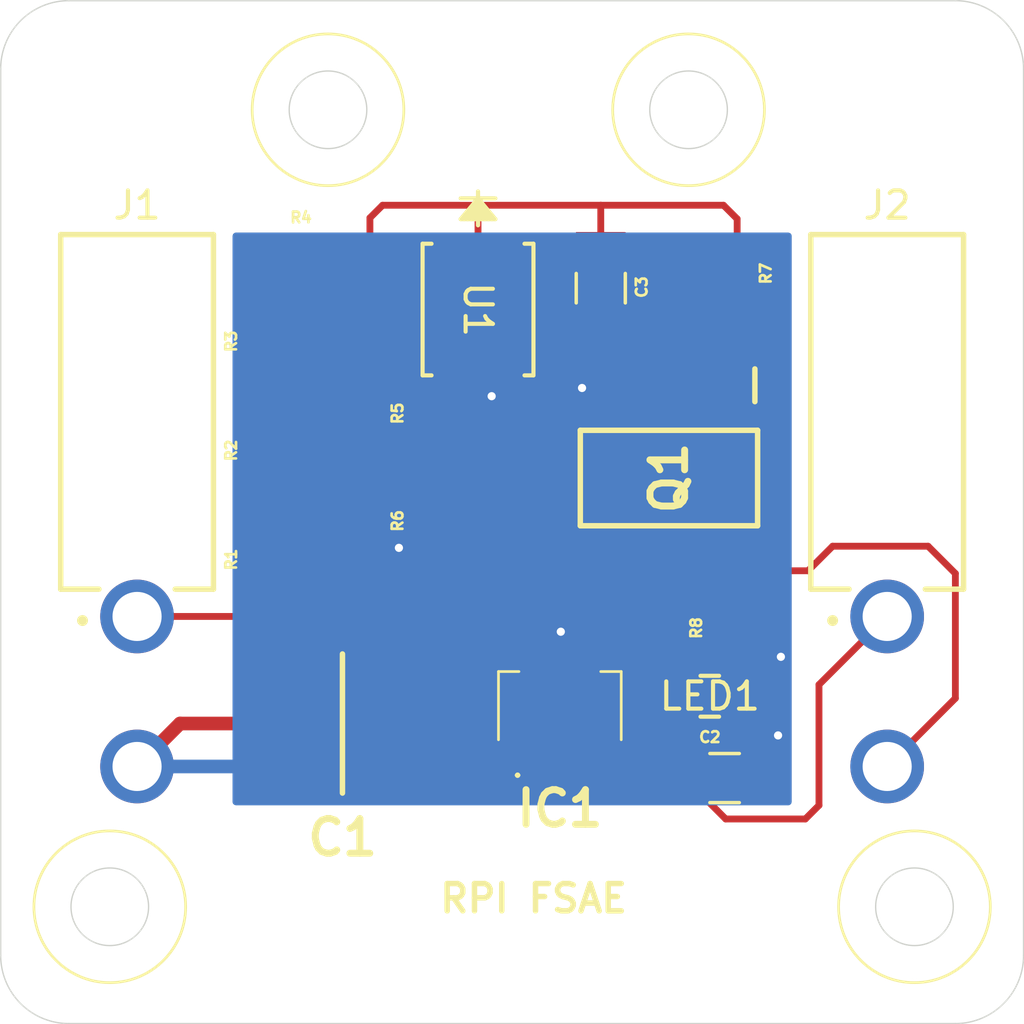
<source format=kicad_pcb>
(kicad_pcb (version 20240108) (generator "pcbnew") (generator_version "8.0")
  (title_block (title "Hight Voltage Indicator PCB") (date "2024-09-22") (rev "1") (company "RPI") (comment 1 "Gavin Silaika"))
  (layers (0 "F.Cu" signal) (31 "B.Cu" signal) (34 "B.Paste" user) (35 "F.Paste" user) (36 "B.SilkS" user "B.Silkscreen") (37 "F.SilkS" user "F.Silkscreen") (38 "B.Mask" user) (39 "F.Mask" user) (44 "Edge.Cuts" user))
  (net 0 "")
  (net 1 "/+HV")
  (net 2 "GND")
  (net 3 "Net-(IC1-VOUT)")
  (net 4 "Net-(Q1-C_2)")
  (net 5 "Net-(R1-Pad2)")
  (net 6 "Net-(R2-Pad2)")
  (net 7 "Net-(R3-Pad2)")
  (net 8 "Net-(R5-Pad2)")
  (net 9 "Net-(Q1-B)")
  (net 11 "Net-(U1-CATHODE)")
  (net 12 "Net-(LED1-Pad2)")
  (footprint "KTR03EZPF1002:RESC1608X55N" (layer "F.Cu") (at 124.5 51.5 -90)
    (property "Reference" "R7" (at 0 -1.05 90) (layer "F.SilkS") (effects (font (size 0.393701 0.393701))))
    (property "Value" "10kΩ")
    (pad "1" smd rect (at -0.78 0 270) (size 0.87 0.93) (layers "F.Cu" "F.Paste" "F.Mask") (net 11 "Net-(U1-CATHODE)"))
    (pad "2" smd rect (at 0.78 0 270) (size 0.87 0.93) (layers "F.Cu" "F.Paste" "F.Mask") (net 9 "Net-(Q1-B)"))
  )
  (footprint "KTR03EZPF2403:RESC1608X55N" (layer "F.Cu") (at 107 57.78 90)
    (property "Reference" "R2" (at -0.21 -1.05 90) (layer "F.SilkS") (effects (font (size 0.393701 0.393701))))
    (property "Value" "240kΩ")
    (pad "1" smd rect (at -0.78 0 90) (size 0.87 0.93) (layers "F.Cu" "F.Paste" "F.Mask") (net 5 "Net-(R1-Pad2)"))
    (pad "2" smd rect (at 0.78 0 90) (size 0.87 0.93) (layers "F.Cu" "F.Paste" "F.Mask") (net 6 "Net-(R2-Pad2)"))
  )
  (footprint "NCP785AH120T1G:MC78L05ACHX_1" (layer "F.Cu") (at 118 68.595)
    (property "Reference" "IC1" (at 0 2.525 0) (layer "F.SilkS") (effects (font (size 1.27 1.27) (thickness 0.254))))
    (property "Value" "NCP785AH120T1G" (hide yes))
    (fp_line (start -2.25 -2.5) (end -1.5 -2.5) (stroke (width 0.1)) (layer "F.SilkS"))
    (fp_line (start -2.25 0) (end -2.25 -2.5) (stroke (width 0.1)) (layer "F.SilkS"))
    (fp_line (start -1.6 1.3) (end -1.6 1.3) (stroke (width 0.1)) (layer "F.SilkS"))
    (fp_line (start -1.5 1.3) (end -1.5 1.3) (stroke (width 0.1)) (layer "F.SilkS"))
    (fp_line (start 2.25 -2.5) (end 1.5 -2.5) (stroke (width 0.1)) (layer "F.SilkS"))
    (fp_line (start 2.25 0) (end 2.25 -2.5) (stroke (width 0.1)) (layer "F.SilkS"))
    (fp_arc (start -1.6 1.3) (mid -1.55 1.25) (end -1.5 1.3) (stroke (width 0.1)) (layer "F.SilkS"))
    (fp_arc (start -1.5 1.3) (mid -1.55 1.35) (end -1.6 1.3) (stroke (width 0.1)) (layer "F.SilkS"))
    (pad "1" smd rect (at -1.5 0.275) (size 0.5 1.57) (layers "F.Cu" "F.Paste" "F.Mask") (net 1 "/+HV"))
    (pad "2" smd rect (at 0 0.63) (size 0.75 1.3) (layers "F.Cu" "F.Paste" "F.Mask") (net 2 "GND"))
    (pad "3" smd rect (at 1.5 0.275) (size 0.5 1.57) (layers "F.Cu" "F.Paste" "F.Mask") (net 3 "Net-(IC1-VOUT)"))
    (pad "4" smd roundrect (at 0 -1.595) (size 2.2 3.59) (layers "F.Cu" "F.Paste" "F.Mask") (roundrect_rratio 0) (chamfer_ratio 0.36) (chamfer bottom_left bottom_right) (net 2 "GND"))
  )
  (footprint "649002227222:649002227222" (layer "F.Cu") (at 130 56.575 180)
    (property "Reference" "J2" (at 0 7.575 180) (layer "F.SilkS"))
    (property "Value" "649002227222" (hide yes))
    (fp_line (start 2.8 6.5) (end 2.8 -6.5) (stroke (width 0.2)) (layer "F.SilkS"))
    (fp_line (start 2.8 -6.5) (end 1.4 -6.5) (stroke (width 0.2)) (layer "F.SilkS"))
    (fp_line (start -1.4 -6.5) (end -2.8 -6.5) (stroke (width 0.2)) (layer "F.SilkS"))
    (fp_line (start -2.8 6.5) (end 2.8 6.5) (stroke (width 0.2)) (layer "F.SilkS"))
    (fp_line (start -2.8 -6.5) (end -2.8 6.5) (stroke (width 0.2)) (layer "F.SilkS"))
    (fp_circle (center 2 -7.65) (end 2.1 -7.65) (stroke (width 0.2)) (fill none) (layer "F.SilkS"))
    (pad "" np_thru_hole circle (at 0 -0.2 180) (size 3 3) (drill 3) (layers "*.Cu" "*.Mask"))
    (pad "1" thru_hole circle (at 0 -7.5 180) (size 2.7 2.7) (drill 1.8) (layers "*.Cu" "*.Mask") (net 3 "Net-(IC1-VOUT)"))
    (pad "2" thru_hole circle (at 0 -13 180) (size 2.7 2.7) (drill 1.8) (layers "*.Cu" "*.Mask") (net 4 "Net-(Q1-C_2)"))
  )
  (footprint "CL31A226KAHNNNE:CAPC3216X180N" (layer "F.Cu") (at 119.5 52.04 -90)
    (property "Reference" "C3" (at -0.04 -1.5 90) (layer "F.SilkS") (effects (font (size 0.393701 0.393701))))
    (property "Value" "22μf")
    (fp_line (start -0.54 0.9) (end 0.54 0.9) (stroke (width 0.127)) (layer "F.SilkS"))
    (fp_line (start -0.54 -0.9) (end 0.54 -0.9) (stroke (width 0.127)) (layer "F.SilkS"))
    (pad "1" smd rect (at -1.46 0 270) (size 1.2 1.82) (layers "F.Cu" "F.Paste" "F.Mask") (net 11 "Net-(U1-CATHODE)"))
    (pad "2" smd rect (at 1.46 0 270) (size 1.2 1.82) (layers "F.Cu" "F.Paste" "F.Mask") (net 2 "GND"))
  )
  (footprint "KR355WD7LP225MV01L:CAPC6153X670N" (layer "F.Cu") (at 110.03 68 180)
    (property "Reference" "C1" (at -0.002244 -4.180616 0) (layer "F.SilkS") (effects (font (size 1.27 1.27) (thickness 0.254))))
    (property "Value" "2.2μf" (hide yes))
    (fp_line (start 0 -2.55) (end 0 2.55) (stroke (width 0.2)) (layer "F.SilkS"))
    (pad "1" smd rect (at -2.53 0 180) (size 1.86 5.52) (layers "F.Cu" "F.Paste" "F.Mask") (net 1 "/+HV"))
    (pad "2" smd rect (at 2.53 0 180) (size 1.86 5.52) (layers "F.Cu" "F.Paste" "F.Mask") (net 2 "GND"))
  )
  (footprint "649002227222:649002227222" (layer "F.Cu") (at 102.5 56.575 180)
    (property "Reference" "J1" (at 0 7.575 180) (layer "F.SilkS"))
    (property "Value" "649002227222" (hide yes))
    (fp_line (start 2.8 6.5) (end 2.8 -6.5) (stroke (width 0.2)) (layer "F.SilkS"))
    (fp_line (start 2.8 -6.5) (end 1.4 -6.5) (stroke (width 0.2)) (layer "F.SilkS"))
    (fp_line (start -1.4 -6.5) (end -2.8 -6.5) (stroke (width 0.2)) (layer "F.SilkS"))
    (fp_line (start -2.8 6.5) (end 2.8 6.5) (stroke (width 0.2)) (layer "F.SilkS"))
    (fp_line (start -2.8 -6.5) (end -2.8 6.5) (stroke (width 0.2)) (layer "F.SilkS"))
    (fp_circle (center 2 -7.65) (end 2.1 -7.65) (stroke (width 0.2)) (fill none) (layer "F.SilkS"))
    (pad "" np_thru_hole circle (at 0 -0.2 180) (size 3 3) (drill 3) (layers "*.Cu" "*.Mask"))
    (pad "1" thru_hole circle (at 0 -7.5 180) (size 2.7 2.7) (drill 1.8) (layers "*.Cu" "*.Mask") (net 1 "/+HV"))
    (pad "2" thru_hole circle (at 0 -13 180) (size 2.7 2.7) (drill 1.8) (layers "*.Cu" "*.Mask") (net 2 "GND"))
  )
  (footprint "CMD17_21VRD_TR8:LED0805N_CML" (layer "F.Cu") (at 123.4967 67)
    (property "Reference" "LED1" (at 0 0 0) (layer "F.SilkS"))
    (property "Value" "CMD17-21VRD/TR8" (hide yes))
    (fp_line (start -0.34015 0.7493) (end 0.34015 0.7493) (stroke (width 0.1524)) (layer "F.SilkS"))
    (fp_line (start 0.34015 -0.7493) (end -0.34015 -0.7493) (stroke (width 0.1524)) (layer "F.SilkS"))
    (pad "1" smd rect (at -1.0033 0) (size 0.7112 1.2446) (layers "F.Cu" "F.Paste" "F.Mask") (net 3 "Net-(IC1-VOUT)"))
    (pad "2" smd rect (at 1.0033 0) (size 0.7112 1.2446) (layers "F.Cu" "F.Paste" "F.Mask") (net 12 "Net-(LED1-Pad2)"))
  )
  (footprint "KTR03EZPF1001:RESC1608X55N" (layer "F.Cu") (at 111 60.78 -90)
    (property "Reference" "R6" (at -0.21 -1.05 90) (layer "F.SilkS") (effects (font (size 0.393701 0.393701))))
    (property "Value" "1kΩ")
    (pad "1" smd rect (at -0.78 0 270) (size 0.87 0.93) (layers "F.Cu" "F.Paste" "F.Mask") (net 8 "Net-(R5-Pad2)"))
    (pad "2" smd rect (at 0.78 0 270) (size 0.87 0.93) (layers "F.Cu" "F.Paste" "F.Mask") (net 2 "GND"))
  )
  (footprint "SBCP56-16T1G:SOT230P700X175-4N" (layer "F.Cu") (at 122 59 -90)
    (property "Reference" "Q1" (at 0 0 90) (layer "F.SilkS") (effects (font (size 1.27 1.27) (thickness 0.254))))
    (property "Value" "SBCP56-16T1G" (hide yes))
    (fp_line (start -1.75 3.25) (end -1.75 -3.25) (stroke (width 0.2)) (layer "F.SilkS"))
    (fp_line (start 1.75 3.25) (end -1.75 3.25) (stroke (width 0.2)) (layer "F.SilkS"))
    (fp_line (start -4 -3.15) (end -2.8 -3.15) (stroke (width 0.2)) (layer "F.SilkS"))
    (fp_line (start -1.75 -3.25) (end 1.75 -3.25) (stroke (width 0.2)) (layer "F.SilkS"))
    (fp_line (start 1.75 -3.25) (end 1.75 3.25) (stroke (width 0.2)) (layer "F.SilkS"))
    (pad "1" smd rect (at -3.4 -2.3) (size 1 1.2) (layers "F.Cu" "F.Paste" "F.Mask") (net 9 "Net-(Q1-B)"))
    (pad "2" smd rect (at -3.4 0) (size 1 1.2) (layers "F.Cu" "F.Paste" "F.Mask"))
    (pad "3" smd rect (at -3.4 2.3) (size 1 1.2) (layers "F.Cu" "F.Paste" "F.Mask") (net 2 "GND"))
    (pad "4" smd rect (at 3.4 0 270) (size 1.2 3.3) (layers "F.Cu" "F.Paste" "F.Mask") (net 4 "Net-(Q1-C_2)"))
  )
  (footprint "CL31A226KAHNNNE:CAPC3216X180N" (layer "F.Cu") (at 124.04 70)
    (property "Reference" "C2" (at -0.54 -1.5 0) (layer "F.SilkS") (effects (font (size 0.393701 0.393701))))
    (property "Value" "22μf")
    (fp_line (start -0.54 -0.9) (end 0.54 -0.9) (stroke (width 0.127)) (layer "F.SilkS"))
    (fp_line (start -0.54 0.9) (end 0.54 0.9) (stroke (width 0.127)) (layer "F.SilkS"))
    (pad "1" smd rect (at -1.46 0) (size 1.2 1.82) (layers "F.Cu" "F.Paste" "F.Mask") (net 3 "Net-(IC1-VOUT)"))
    (pad "2" smd rect (at 1.46 0) (size 1.2 1.82) (layers "F.Cu" "F.Paste" "F.Mask") (net 2 "GND"))
  )
  (footprint "KTR03EZPF2403:RESC1608X55N" (layer "F.Cu") (at 108.72 50.5)
    (property "Reference" "R4" (at -0.21 -1.05 0) (layer "F.SilkS") (effects (font (size 0.393701 0.393701))))
    (property "Value" "240kΩ")
    (pad "1" smd rect (at -0.78 0) (size 0.87 0.93) (layers "F.Cu" "F.Paste" "F.Mask") (net 7 "Net-(R3-Pad2)"))
    (pad "2" smd rect (at 0.78 0) (size 0.87 0.93) (layers "F.Cu" "F.Paste" "F.Mask") (net 11 "Net-(U1-CATHODE)"))
  )
  (footprint "KTR03EZPF2403:RESC1608X55N" (layer "F.Cu") (at 107 61.78 90)
    (property "Reference" "R1" (at -0.21 -1.05 90) (layer "F.SilkS") (effects (font (size 0.393701 0.393701))))
    (property "Value" "240kΩ")
    (pad "1" smd rect (at -0.78 0 90) (size 0.87 0.93) (layers "F.Cu" "F.Paste" "F.Mask") (net 1 "/+HV"))
    (pad "2" smd rect (at 0.78 0 90) (size 0.87 0.93) (layers "F.Cu" "F.Paste" "F.Mask") (net 5 "Net-(R1-Pad2)"))
  )
  (footprint "KTR03EZPF2403:RESC1608X55N" (layer "F.Cu") (at 107 53.78 90)
    (property "Reference" "R3" (at -0.21 -1.05 90) (layer "F.SilkS") (effects (font (size 0.393701 0.393701))))
    (property "Value" "240kΩ")
    (pad "1" smd rect (at -0.78 0 90) (size 0.87 0.93) (layers "F.Cu" "F.Paste" "F.Mask") (net 6 "Net-(R2-Pad2)"))
    (pad "2" smd rect (at 0.78 0 90) (size 0.87 0.93) (layers "F.Cu" "F.Paste" "F.Mask") (net 7 "Net-(R3-Pad2)"))
  )
  (footprint "KTR03EZPF1001:RESC1608X55N" (layer "F.Cu") (at 124.78 64.5)
    (property "Reference" "R8" (at -1.78 0 90) (layer "F.SilkS") (effects (font (size 0.393701 0.393701))))
    (property "Value" "1kΩ")
    (pad "1" smd rect (at -0.78 0) (size 0.87 0.93) (layers "F.Cu" "F.Paste" "F.Mask") (net 12 "Net-(LED1-Pad2)"))
    (pad "2" smd rect (at 0.78 0) (size 0.87 0.93) (layers "F.Cu" "F.Paste" "F.Mask") (net 2 "GND"))
  )
  (footprint "1SMB5927BT3G:SMB_ONS" (layer "F.Cu") (at 115 52.8236 -90)
    (property "Reference" "U1" (at 0 0 -90) (layer "F.SilkS"))
    (property "Value" "1SMB5927BT3G" (hide yes))
    (fp_line (start -2.413 2.032) (end 2.413 2.032) (stroke (width 0.1524)) (layer "F.SilkS"))
    (fp_line (start 2.413 2.032) (end 2.413 1.70434) (stroke (width 0.1524)) (layer "F.SilkS"))
    (fp_line (start -2.413 1.70434) (end -2.413 2.032) (stroke (width 0.1524)) (layer "F.SilkS"))
    (fp_line (start -4.0767 0) (end -3.3147 0.635) (stroke (width 0.1524)) (layer "F.SilkS"))
    (fp_line (start -4.0767 0) (end -3.3147 0.508) (stroke (width 0.1524)) (layer "F.SilkS"))
    (fp_line (start -4.0767 0) (end -3.3147 0.381) (stroke (width 0.1524)) (layer "F.SilkS"))
    (fp_line (start -4.0767 0) (end -3.3147 0.254) (stroke (width 0.1524)) (layer "F.SilkS"))
    (fp_line (start -4.0767 0) (end -3.3147 0.127) (stroke (width 0.1524)) (layer "F.SilkS"))
    (fp_line (start -4.0767 0) (end -3.3147 -0.127) (stroke (width 0.1524)) (layer "F.SilkS"))
    (fp_line (start -4.0767 0) (end -3.3147 -0.254) (stroke (width 0.1524)) (layer "F.SilkS"))
    (fp_line (start -4.0767 0) (end -3.3147 -0.381) (stroke (width 0.1524)) (layer "F.SilkS"))
    (fp_line (start -4.0767 0) (end -3.3147 -0.508) (stroke (width 0.1524)) (layer "F.SilkS"))
    (fp_line (start -4.0767 0) (end -3.3147 -0.635) (stroke (width 0.1524)) (layer "F.SilkS"))
    (fp_line (start -3.08864 0) (end -4.3307 0) (stroke (width 0.1524)) (layer "F.SilkS"))
    (fp_line (start -4.0767 -0.635) (end -4.0767 0.635) (stroke (width 0.1524)) (layer "F.SilkS"))
    (fp_line (start -3.3147 -0.635) (end -3.3147 0.635) (stroke (width 0.1524)) (layer "F.SilkS"))
    (fp_line (start 2.413 -1.70434) (end 2.413 -2.032) (stroke (width 0.1524)) (layer "F.SilkS"))
    (fp_line (start -2.413 -2.032) (end -2.413 -1.70434) (stroke (width 0.1524)) (layer "F.SilkS"))
    (fp_line (start 2.413 -2.032) (end -2.413 -2.032) (stroke (width 0.1524)) (layer "F.SilkS"))
    (pad "1" smd rect (at -1.6764 0 270) (size 2.159 2.7432) (layers "F.Cu" "F.Paste" "F.Mask") (net 11 "Net-(U1-CATHODE)"))
    (pad "2" smd rect (at 1.6764 0 270) (size 2.159 2.7432) (layers "F.Cu" "F.Paste" "F.Mask") (net 2 "GND"))
  )
  (footprint "KTR03EZPF2002:RESC1608X55N" (layer "F.Cu") (at 111 56.84 -90)
    (property "Reference" "R5" (at -0.21 -1.05 90) (layer "F.SilkS") (effects (font (size 0.393701 0.393701))))
    (property "Value" "20kΩ")
    (pad "1" smd rect (at -0.78 0 270) (size 0.87 0.93) (layers "F.Cu" "F.Paste" "F.Mask") (net 11 "Net-(U1-CATHODE)"))
    (pad "2" smd rect (at 0.78 0 270) (size 0.87 0.93) (layers "F.Cu" "F.Paste" "F.Mask") (net 8 "Net-(R5-Pad2)"))
  )
  (gr_circle (center 109.5 45.5) (end 112.2813 45.5) (stroke (width 0.1)) (fill none) (layer "F.SilkS"))
  (gr_circle (center 101.5 74.7187) (end 104.2813 74.7187) (stroke (width 0.1)) (fill none) (layer "F.SilkS"))
  (gr_circle (center 122.7187 45.5) (end 125.5 45.5) (stroke (width 0.1)) (fill none) (layer "F.SilkS"))
  (gr_circle (center 131 74.7187) (end 133.7813 74.7187) (stroke (width 0.1)) (fill none) (layer "F.SilkS"))
  (gr_circle (center 101.5 74.7187) (end 102.9225 74.7187) (stroke (width 0.05)) (fill none) (layer "Edge.Cuts"))
  (gr_line (start 97.5 76.5) (end 97.5 44) (stroke (width 0.05)) (layer "Edge.Cuts"))
  (gr_arc (start 132.5 41.5) (mid 134.267767 42.232233) (end 135 44) (stroke (width 0.05)) (layer "Edge.Cuts"))
  (gr_line (start 100 41.5) (end 132.5 41.5) (stroke (width 0.05)) (layer "Edge.Cuts"))
  (gr_circle (center 109.5 45.5) (end 110.9225 45.5) (stroke (width 0.05)) (fill none) (layer "Edge.Cuts"))
  (gr_line (start 132.5 79) (end 100 79) (stroke (width 0.05)) (layer "Edge.Cuts"))
  (gr_circle (center 122.7187 45.5) (end 124.1412 45.5) (stroke (width 0.05)) (fill none) (layer "Edge.Cuts"))
  (gr_line (start 135 44) (end 135 76.5) (stroke (width 0.05)) (layer "Edge.Cuts"))
  (gr_arc (start 100 79) (mid 98.232233 78.267767) (end 97.5 76.5) (stroke (width 0.05)) (layer "Edge.Cuts"))
  (gr_arc (start 135 76.5) (mid 134.267767 78.267767) (end 132.5 79) (stroke (width 0.05)) (layer "Edge.Cuts"))
  (gr_circle (center 131 74.7187) (end 132.4225 74.7187) (stroke (width 0.05)) (fill none) (layer "Edge.Cuts"))
  (gr_arc (start 97.5 44) (mid 98.232233 42.232233) (end 100 41.5) (stroke (width 0.05)) (layer "Edge.Cuts"))
  (gr_text "RPI FSAE" (at 113.5 75 0) (layer "F.SilkS") (effects (font (size 1 1) (thickness 0.2) (bold yes)) (justify left bottom)))
  (segment (start 107 64.075) (end 107 62.56) (width 0.25) (layer "F.Cu") (net 1))
  (segment (start 102.5 64.075) (end 107 64.075) (width 0.25) (layer "F.Cu") (net 1))
  (segment (start 115.63 68) (end 116.5 68.87) (width 0.25) (layer "F.Cu") (net 1))
  (segment (start 112.075 64.075) (end 112.56 64.56) (width 0.25) (layer "F.Cu") (net 1))
  (segment (start 112.56 68) (end 115.63 68) (width 0.25) (layer "F.Cu") (net 1))
  (segment (start 107 64.075) (end 112.075 64.075) (width 0.25) (layer "F.Cu") (net 1))
  (segment (start 112.56 64.56) (end 112.56 68) (width 0.25) (layer "F.Cu") (net 1))
  (segment (start 115.5 56) (end 115.5 55) (width 0.25) (layer "F.Cu") (net 2))
  (segment (start 119.5 55.4) (end 119.7 55.6) (width 0.25) (layer "F.Cu") (net 2))
  (segment (start 118 67) (end 118 69.225) (width 0.25) (layer "F.Cu") (net 2))
  (segment (start 119.7 55.6) (end 118.9128 55.6) (width 0.25) (layer "F.Cu") (net 2))
  (segment (start 125.56 64.5) (end 125.56 65.011193) (width 0.25) (layer "F.Cu") (net 2))
  (segment (start 107.5 68) (end 104.075 68) (width 0.5) (layer "F.Cu") (net 2))
  (segment (start 125.56 65.011193) (end 126.103599 65.554792) (width 0.25) (layer "F.Cu") (net 2))
  (segment (start 126 68.436234) (end 126 69.5) (width 0.25) (layer "F.Cu") (net 2))
  (segment (start 115.5 55) (end 115 54.5) (width 0.25) (layer "F.Cu") (net 2))
  (segment (start 118 67) (end 118 64.670091) (width 0.25) (layer "F.Cu") (net 2))
  (segment (start 104.075 68) (end 102.5 69.575) (width 0.5) (layer "F.Cu") (net 2))
  (segment (start 118.9128 55.6) (end 118.813725 55.699075) (width 0.25) (layer "F.Cu") (net 2))
  (segment (start 126 69.5) (end 125.5 70) (width 0.25) (layer "F.Cu") (net 2))
  (segment (start 119.5 53.5) (end 119.5 55.4) (width 0.25) (layer "F.Cu") (net 2))
  (segment (start 112.099919 61.56) (end 111 61.56) (width 0.25) (layer "F.Cu") (net 2))
  (segment (start 118 64.670091) (end 118.0352 64.634891) (width 0.25) (layer "F.Cu") (net 2))
  (via (at 126.103599 65.554792) (size 0.6) (drill 0.3) (layers "F.Cu" "B.Cu") (net 2))
  (via (at 118.813725 55.699075) (size 0.6) (drill 0.3) (layers "F.Cu" "B.Cu") (net 2))
  (via (at 126 68.436234) (size 0.6) (drill 0.3) (layers "F.Cu" "B.Cu") (net 2))
  (via (at 112.099919 61.56) (size 0.6) (drill 0.3) (layers "F.Cu" "B.Cu") (net 2))
  (via (at 118.0352 64.634891) (size 0.6) (drill 0.3) (layers "F.Cu" "B.Cu") (net 2))
  (via (at 115.5 56) (size 0.6) (drill 0.3) (layers "F.Cu" "B.Cu") (net 2))
  (segment (start 106.425 69.575) (end 106.5 69.5) (width 0.5) (layer "B.Cu") (net 2))
  (segment (start 102.5 69.575) (end 106.425 69.575) (width 0.5) (layer "B.Cu") (net 2))
  (segment (start 127.5 71) (end 127.5 66.575) (width 0.25) (layer "F.Cu") (net 3))
  (segment (start 122.58 70) (end 122.58 67.0866) (width 0.25) (layer "F.Cu") (net 3))
  (segment (start 119.5 68.87) (end 119.87 68.87) (width 0.25) (layer "F.Cu") (net 3))
  (segment (start 122.58 67.0866) (end 122.4934 67) (width 0.25) (layer "F.Cu") (net 3))
  (segment (start 121 70) (end 122.58 70) (width 0.25) (layer "F.Cu") (net 3))
  (segment (start 123.08 69.92) (end 123 69.84) (width 0.25) (layer "F.Cu") (net 3))
  (segment (start 124.08 71.5) (end 127 71.5) (width 0.25) (layer "F.Cu") (net 3))
  (segment (start 123.08 70) (end 123.08 69.92) (width 0.25) (layer "F.Cu") (net 3))
  (segment (start 127.5 66.575) (end 130 64.075) (width 0.25) (layer "F.Cu") (net 3))
  (segment (start 122.58 70) (end 124.08 71.5) (width 0.25) (layer "F.Cu") (net 3))
  (segment (start 119.87 68.87) (end 121 70) (width 0.25) (layer "F.Cu") (net 3))
  (segment (start 127 71.5) (end 127.5 71) (width 0.25) (layer "F.Cu") (net 3))
  (segment (start 131.5 61.5) (end 132.5 62.5) (width 0.25) (layer "F.Cu") (net 4))
  (segment (start 122 62.4) (end 127.1 62.4) (width 0.25) (layer "F.Cu") (net 4))
  (segment (start 132.5 67.075) (end 130 69.575) (width 0.25) (layer "F.Cu") (net 4))
  (segment (start 128 61.5) (end 131.5 61.5) (width 0.25) (layer "F.Cu") (net 4))
  (segment (start 127.1 62.4) (end 128 61.5) (width 0.25) (layer "F.Cu") (net 4))
  (segment (start 132.5 62.5) (end 132.5 67.075) (width 0.25) (layer "F.Cu") (net 4))
  (segment (start 107 61) (end 107 58.56) (width 0.25) (layer "F.Cu") (net 5))
  (segment (start 107 57) (end 107 54.56) (width 0.25) (layer "F.Cu") (net 6))
  (segment (start 107 51.44) (end 107.94 50.5) (width 0.25) (layer "F.Cu") (net 7))
  (segment (start 107 53) (end 107 51.44) (width 0.25) (layer "F.Cu") (net 7))
  (segment (start 111 57.62) (end 111 60) (width 0.25) (layer "F.Cu") (net 8))
  (segment (start 124.5 55.4) (end 124.3 55.6) (width 0.25) (layer "F.Cu") (net 9))
  (segment (start 124.5 52.28) (end 124.5 55.4) (width 0.25) (layer "F.Cu") (net 9))
  (segment (start 124 49) (end 124.5 49.5) (width 0.25) (layer "F.Cu") (net 11))
  (segment (start 115 49) (end 119.5 49) (width 0.25) (layer "F.Cu") (net 11))
  (segment (start 111.0366 50.4634) (end 111.0366 49.4634) (width 0.25) (layer "F.Cu") (net 11))
  (segment (start 124.5 49.5) (end 124.5 50.72) (width 0.25) (layer "F.Cu") (net 11))
  (segment (start 109.5 50.5) (end 111 50.5) (width 0.25) (layer "F.Cu") (net 11))
  (segment (start 115 51.1472) (end 115 49) (width 0.25) (layer "F.Cu") (net 11))
  (segment (start 119.5 49) (end 124 49) (width 0.25) (layer "F.Cu") (net 11))
  (segment (start 111.0366 49.4634) (end 111.5 49) (width 0.25) (layer "F.Cu") (net 11))
  (segment (start 111.5 49) (end 115 49) (width 0.25) (layer "F.Cu") (net 11))
  (segment (start 119.5 50.58) (end 119.5 49) (width 0.25) (layer "F.Cu") (net 11))
  (segment (start 111 50.5) (end 111 56.06) (width 0.25) (layer "F.Cu") (net 11))
  (segment (start 111 50.5) (end 111.0366 50.4634) (width 0.25) (layer "F.Cu") (net 11))
  (segment (start 124.5 67) (end 124.5 65) (width 0.25) (layer "F.Cu") (net 12))
  (segment (start 124.5 65) (end 124 64.5) (width 0.25) (layer "F.Cu") (net 12))
  (zone (net 2) (net_name "GND") (layer "B.Cu") (connect_pads (clearance 0.5)) (min_thickness 0.25) (fill yes (thermal_gap 0.5) (thermal_bridge_width 0.5))
    (polygon (pts (xy 106 50) (xy 126.5 50) (xy 126.5 71) (xy 106 71)))
  )
)
</source>
